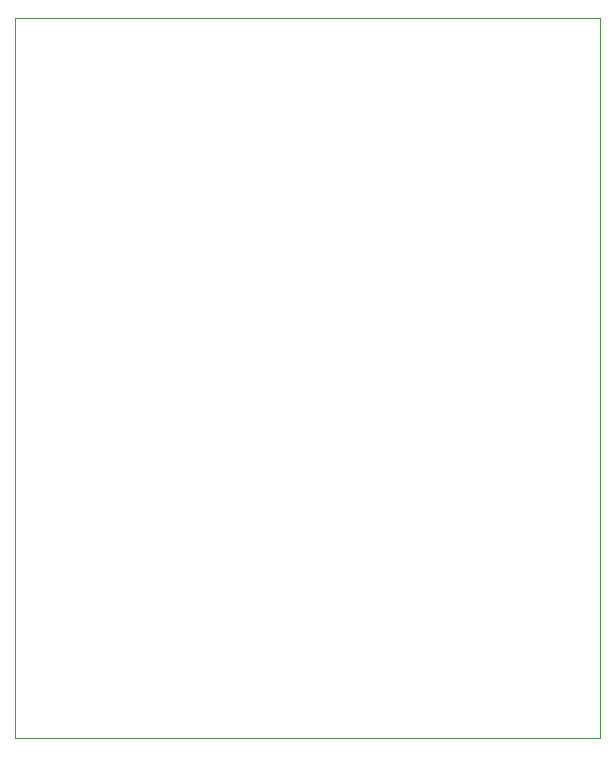
<source format=gm1>
G04 #@! TF.GenerationSoftware,KiCad,Pcbnew,(5.1.2)-1*
G04 #@! TF.CreationDate,2019-10-23T16:56:51-07:00*
G04 #@! TF.ProjectId,29Fx00-28Fx00,32394678-3030-42d3-9238-467830302e6b,rev?*
G04 #@! TF.SameCoordinates,Original*
G04 #@! TF.FileFunction,Profile,NP*
%FSLAX46Y46*%
G04 Gerber Fmt 4.6, Leading zero omitted, Abs format (unit mm)*
G04 Created by KiCad (PCBNEW (5.1.2)-1) date 2019-10-23 16:56:51*
%MOMM*%
%LPD*%
G04 APERTURE LIST*
%ADD10C,0.100000*%
G04 APERTURE END LIST*
D10*
X80010000Y-88900000D02*
X80010000Y-27940000D01*
X129540000Y-88900000D02*
X80010000Y-88900000D01*
X129540000Y-27940000D02*
X129540000Y-88900000D01*
X80010000Y-27940000D02*
X129540000Y-27940000D01*
M02*

</source>
